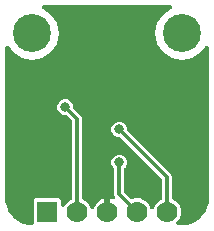
<source format=gbr>
G04 EAGLE Gerber RS-274X export*
G75*
%MOMM*%
%FSLAX34Y34*%
%LPD*%
%INBottom Copper*%
%IPPOS*%
%AMOC8*
5,1,8,0,0,1.08239X$1,22.5*%
G01*
%ADD10C,3.216000*%
%ADD11R,1.778000X1.778000*%
%ADD12C,1.778000*%
%ADD13C,0.800100*%
%ADD14C,0.304800*%

G36*
X152466Y2547D02*
X152466Y2547D01*
X152559Y2547D01*
X155818Y2803D01*
X155890Y2816D01*
X155963Y2820D01*
X156128Y2859D01*
X156214Y2875D01*
X156245Y2887D01*
X156286Y2897D01*
X162483Y4910D01*
X162623Y4972D01*
X162766Y5026D01*
X162813Y5055D01*
X162852Y5072D01*
X162922Y5121D01*
X163050Y5199D01*
X168322Y9029D01*
X168436Y9131D01*
X168555Y9227D01*
X168591Y9269D01*
X168622Y9297D01*
X168674Y9366D01*
X168771Y9478D01*
X172601Y14750D01*
X172678Y14882D01*
X172762Y15010D01*
X172783Y15061D01*
X172804Y15098D01*
X172832Y15179D01*
X172890Y15317D01*
X174903Y21514D01*
X174919Y21586D01*
X174944Y21655D01*
X174971Y21822D01*
X174989Y21907D01*
X174990Y21941D01*
X174997Y21982D01*
X175253Y25241D01*
X175252Y25307D01*
X175259Y25400D01*
X175259Y152610D01*
X175259Y152617D01*
X175259Y152624D01*
X175239Y152818D01*
X175219Y153011D01*
X175217Y153017D01*
X175217Y153024D01*
X175158Y153210D01*
X175101Y153396D01*
X175098Y153402D01*
X175096Y153408D01*
X175002Y153579D01*
X174909Y153750D01*
X174905Y153755D01*
X174902Y153761D01*
X174775Y153911D01*
X174652Y154059D01*
X174646Y154063D01*
X174642Y154068D01*
X174490Y154189D01*
X174338Y154311D01*
X174332Y154315D01*
X174327Y154319D01*
X174154Y154407D01*
X173981Y154497D01*
X173974Y154499D01*
X173968Y154502D01*
X173782Y154554D01*
X173594Y154608D01*
X173587Y154609D01*
X173581Y154611D01*
X173388Y154625D01*
X173192Y154641D01*
X173186Y154640D01*
X173179Y154641D01*
X172986Y154617D01*
X172793Y154594D01*
X172786Y154592D01*
X172780Y154591D01*
X172597Y154530D01*
X172410Y154470D01*
X172404Y154466D01*
X172398Y154464D01*
X172231Y154369D01*
X172059Y154272D01*
X172054Y154267D01*
X172048Y154264D01*
X171903Y154137D01*
X171755Y154008D01*
X171750Y154003D01*
X171745Y153999D01*
X171539Y153739D01*
X168424Y149076D01*
X161072Y144164D01*
X152400Y142439D01*
X143728Y144164D01*
X136376Y149076D01*
X131464Y156428D01*
X129739Y165100D01*
X131464Y173772D01*
X136376Y181124D01*
X142940Y185509D01*
X142945Y185513D01*
X142951Y185517D01*
X143099Y185641D01*
X143250Y185765D01*
X143255Y185770D01*
X143260Y185774D01*
X143381Y185925D01*
X143505Y186077D01*
X143508Y186083D01*
X143512Y186088D01*
X143601Y186259D01*
X143693Y186433D01*
X143695Y186440D01*
X143698Y186445D01*
X143751Y186631D01*
X143807Y186819D01*
X143807Y186826D01*
X143809Y186832D01*
X143825Y187026D01*
X143842Y187220D01*
X143841Y187227D01*
X143842Y187234D01*
X143819Y187427D01*
X143798Y187620D01*
X143796Y187627D01*
X143795Y187633D01*
X143734Y187820D01*
X143676Y188004D01*
X143672Y188010D01*
X143670Y188016D01*
X143573Y188188D01*
X143480Y188356D01*
X143476Y188361D01*
X143472Y188367D01*
X143344Y188515D01*
X143219Y188662D01*
X143213Y188666D01*
X143209Y188672D01*
X143056Y188790D01*
X142902Y188911D01*
X142896Y188914D01*
X142891Y188918D01*
X142717Y189005D01*
X142543Y189093D01*
X142537Y189095D01*
X142531Y189098D01*
X142341Y189149D01*
X142155Y189200D01*
X142148Y189200D01*
X142142Y189202D01*
X141811Y189229D01*
X35989Y189229D01*
X35982Y189229D01*
X35976Y189229D01*
X35780Y189208D01*
X35588Y189189D01*
X35582Y189187D01*
X35575Y189187D01*
X35389Y189128D01*
X35203Y189071D01*
X35197Y189068D01*
X35191Y189066D01*
X35020Y188972D01*
X34849Y188879D01*
X34844Y188875D01*
X34838Y188872D01*
X34687Y188744D01*
X34540Y188622D01*
X34536Y188617D01*
X34531Y188612D01*
X34408Y188458D01*
X34288Y188308D01*
X34285Y188302D01*
X34281Y188297D01*
X34192Y188123D01*
X34102Y187951D01*
X34100Y187944D01*
X34097Y187938D01*
X34045Y187752D01*
X33991Y187564D01*
X33990Y187557D01*
X33989Y187551D01*
X33974Y187357D01*
X33958Y187162D01*
X33959Y187156D01*
X33958Y187149D01*
X33982Y186956D01*
X34005Y186763D01*
X34007Y186756D01*
X34008Y186750D01*
X34069Y186567D01*
X34130Y186380D01*
X34133Y186374D01*
X34135Y186368D01*
X34231Y186201D01*
X34328Y186029D01*
X34332Y186024D01*
X34335Y186018D01*
X34463Y185873D01*
X34591Y185725D01*
X34596Y185720D01*
X34601Y185715D01*
X34860Y185509D01*
X41424Y181124D01*
X46336Y173772D01*
X48061Y165100D01*
X46336Y156428D01*
X41424Y149076D01*
X34072Y144164D01*
X25400Y142439D01*
X16728Y144164D01*
X9376Y149076D01*
X6261Y153739D01*
X6257Y153744D01*
X6253Y153750D01*
X6129Y153899D01*
X6005Y154050D01*
X6000Y154054D01*
X5996Y154059D01*
X5843Y154182D01*
X5693Y154304D01*
X5687Y154307D01*
X5682Y154311D01*
X5510Y154401D01*
X5337Y154492D01*
X5330Y154494D01*
X5325Y154497D01*
X5139Y154550D01*
X4951Y154606D01*
X4944Y154607D01*
X4938Y154608D01*
X4744Y154624D01*
X4550Y154641D01*
X4543Y154641D01*
X4536Y154641D01*
X4343Y154619D01*
X4150Y154597D01*
X4143Y154595D01*
X4137Y154594D01*
X3950Y154534D01*
X3766Y154475D01*
X3760Y154472D01*
X3754Y154469D01*
X3582Y154373D01*
X3414Y154279D01*
X3409Y154275D01*
X3403Y154272D01*
X3255Y154144D01*
X3108Y154018D01*
X3104Y154013D01*
X3098Y154008D01*
X2979Y153854D01*
X2859Y153702D01*
X2856Y153696D01*
X2852Y153690D01*
X2765Y153515D01*
X2677Y153342D01*
X2675Y153336D01*
X2672Y153330D01*
X2621Y153140D01*
X2570Y152954D01*
X2570Y152948D01*
X2568Y152941D01*
X2541Y152610D01*
X2541Y25400D01*
X2547Y25334D01*
X2547Y25241D01*
X2803Y21982D01*
X2816Y21910D01*
X2820Y21837D01*
X2859Y21672D01*
X2875Y21586D01*
X2887Y21555D01*
X2897Y21514D01*
X4910Y15317D01*
X4972Y15177D01*
X5026Y15034D01*
X5055Y14987D01*
X5072Y14948D01*
X5121Y14878D01*
X5199Y14750D01*
X9029Y9478D01*
X9131Y9364D01*
X9227Y9245D01*
X9268Y9210D01*
X9283Y9192D01*
X9285Y9191D01*
X9297Y9178D01*
X9366Y9126D01*
X9478Y9029D01*
X14750Y5199D01*
X14882Y5122D01*
X15010Y5038D01*
X15061Y5017D01*
X15098Y4996D01*
X15179Y4968D01*
X15317Y4910D01*
X21514Y2897D01*
X21586Y2881D01*
X21655Y2856D01*
X21822Y2829D01*
X21907Y2811D01*
X21941Y2810D01*
X21982Y2803D01*
X24479Y2607D01*
X24576Y2609D01*
X24674Y2601D01*
X24777Y2613D01*
X24881Y2615D01*
X24977Y2637D01*
X25073Y2648D01*
X25172Y2680D01*
X25274Y2703D01*
X25363Y2742D01*
X25456Y2773D01*
X25547Y2824D01*
X25642Y2866D01*
X25722Y2923D01*
X25807Y2971D01*
X25886Y3039D01*
X25971Y3099D01*
X26038Y3170D01*
X26112Y3234D01*
X26175Y3316D01*
X26247Y3392D01*
X26299Y3475D01*
X26358Y3552D01*
X26405Y3645D01*
X26460Y3734D01*
X26494Y3825D01*
X26538Y3912D01*
X26565Y4013D01*
X26601Y4111D01*
X26617Y4207D01*
X26642Y4301D01*
X26653Y4428D01*
X26665Y4508D01*
X26663Y4561D01*
X26669Y4632D01*
X26669Y23912D01*
X28158Y25401D01*
X48042Y25401D01*
X49531Y23912D01*
X49531Y20327D01*
X49531Y20322D01*
X49531Y20318D01*
X49551Y20120D01*
X49571Y19926D01*
X49572Y19922D01*
X49572Y19917D01*
X49631Y19729D01*
X49689Y19541D01*
X49691Y19537D01*
X49692Y19533D01*
X49786Y19361D01*
X49881Y19187D01*
X49883Y19184D01*
X49886Y19180D01*
X50013Y19028D01*
X50138Y18878D01*
X50142Y18875D01*
X50145Y18872D01*
X50300Y18748D01*
X50452Y18626D01*
X50456Y18624D01*
X50460Y18621D01*
X50637Y18530D01*
X50809Y18440D01*
X50814Y18439D01*
X50818Y18437D01*
X51010Y18383D01*
X51196Y18329D01*
X51201Y18328D01*
X51205Y18327D01*
X51401Y18312D01*
X51598Y18296D01*
X51602Y18296D01*
X51606Y18296D01*
X51801Y18320D01*
X51997Y18343D01*
X52002Y18344D01*
X52006Y18345D01*
X52192Y18406D01*
X52380Y18468D01*
X52384Y18470D01*
X52388Y18471D01*
X52557Y18568D01*
X52731Y18666D01*
X52734Y18669D01*
X52738Y18671D01*
X52887Y18800D01*
X53035Y18929D01*
X53038Y18932D01*
X53042Y18935D01*
X53163Y19093D01*
X53282Y19247D01*
X53284Y19251D01*
X53287Y19254D01*
X53439Y19550D01*
X53810Y20445D01*
X57025Y23660D01*
X58181Y24139D01*
X58201Y24150D01*
X58222Y24157D01*
X58378Y24245D01*
X58536Y24330D01*
X58553Y24344D01*
X58573Y24355D01*
X58709Y24472D01*
X58847Y24586D01*
X58861Y24603D01*
X58878Y24618D01*
X58987Y24759D01*
X59100Y24899D01*
X59111Y24918D01*
X59124Y24936D01*
X59204Y25097D01*
X59287Y25255D01*
X59294Y25277D01*
X59304Y25297D01*
X59350Y25470D01*
X59400Y25642D01*
X59402Y25664D01*
X59408Y25685D01*
X59435Y26016D01*
X59435Y90185D01*
X59433Y90212D01*
X59435Y90238D01*
X59413Y90412D01*
X59395Y90586D01*
X59388Y90611D01*
X59384Y90638D01*
X59329Y90803D01*
X59277Y90970D01*
X59264Y90994D01*
X59256Y91019D01*
X59169Y91171D01*
X59085Y91325D01*
X59068Y91345D01*
X59055Y91368D01*
X58840Y91621D01*
X54728Y95734D01*
X54707Y95751D01*
X54690Y95771D01*
X54552Y95878D01*
X54416Y95989D01*
X54393Y96001D01*
X54371Y96018D01*
X54215Y96096D01*
X54061Y96178D01*
X54035Y96185D01*
X54011Y96197D01*
X53842Y96243D01*
X53675Y96292D01*
X53648Y96295D01*
X53622Y96302D01*
X53291Y96329D01*
X52039Y96329D01*
X49635Y97325D01*
X47795Y99165D01*
X46799Y101569D01*
X46799Y104171D01*
X47795Y106575D01*
X49635Y108415D01*
X52039Y109411D01*
X54641Y109411D01*
X57045Y108415D01*
X58885Y106575D01*
X59881Y104171D01*
X59881Y102919D01*
X59884Y102892D01*
X59882Y102865D01*
X59904Y102691D01*
X59921Y102518D01*
X59929Y102492D01*
X59932Y102466D01*
X59988Y102300D01*
X60039Y102133D01*
X60052Y102109D01*
X60061Y102084D01*
X60148Y101932D01*
X60231Y101779D01*
X60248Y101759D01*
X60261Y101735D01*
X60476Y101482D01*
X66946Y95012D01*
X67565Y93519D01*
X67565Y26016D01*
X67567Y25994D01*
X67565Y25972D01*
X67587Y25794D01*
X67605Y25615D01*
X67611Y25594D01*
X67614Y25572D01*
X67670Y25402D01*
X67723Y25231D01*
X67733Y25211D01*
X67740Y25190D01*
X67829Y25034D01*
X67915Y24877D01*
X67929Y24859D01*
X67940Y24840D01*
X68057Y24705D01*
X68172Y24567D01*
X68190Y24553D01*
X68204Y24536D01*
X68346Y24427D01*
X68486Y24315D01*
X68506Y24305D01*
X68524Y24291D01*
X68819Y24139D01*
X69975Y23660D01*
X73191Y20445D01*
X74331Y17692D01*
X74373Y17614D01*
X74406Y17532D01*
X74467Y17437D01*
X74521Y17338D01*
X74577Y17269D01*
X74626Y17195D01*
X74705Y17114D01*
X74777Y17027D01*
X74846Y16971D01*
X74909Y16908D01*
X75002Y16845D01*
X75090Y16773D01*
X75168Y16732D01*
X75242Y16682D01*
X75347Y16639D01*
X75446Y16586D01*
X75532Y16561D01*
X75614Y16527D01*
X75724Y16505D01*
X75833Y16473D01*
X75921Y16466D01*
X76008Y16448D01*
X76121Y16448D01*
X76234Y16439D01*
X76322Y16449D01*
X76411Y16449D01*
X76522Y16471D01*
X76634Y16484D01*
X76718Y16511D01*
X76806Y16529D01*
X76910Y16572D01*
X77017Y16607D01*
X77095Y16650D01*
X77177Y16685D01*
X77270Y16748D01*
X77369Y16803D01*
X77436Y16861D01*
X77510Y16911D01*
X77589Y16992D01*
X77675Y17065D01*
X77729Y17135D01*
X77792Y17198D01*
X77853Y17293D01*
X77923Y17382D01*
X77963Y17462D01*
X78011Y17536D01*
X78066Y17666D01*
X78104Y17742D01*
X78116Y17786D01*
X78139Y17842D01*
X78307Y18358D01*
X79124Y19961D01*
X80181Y21417D01*
X81453Y22689D01*
X82909Y23746D01*
X84512Y24563D01*
X86223Y25119D01*
X86401Y25147D01*
X86401Y14438D01*
X86402Y14420D01*
X86401Y14403D01*
X86422Y14220D01*
X86441Y14038D01*
X86446Y14021D01*
X86448Y14003D01*
X86505Y13828D01*
X86559Y13653D01*
X86567Y13637D01*
X86573Y13620D01*
X86663Y13460D01*
X86750Y13299D01*
X86762Y13285D01*
X86771Y13269D01*
X86891Y13130D01*
X87008Y12989D01*
X87022Y12978D01*
X87034Y12965D01*
X87179Y12852D01*
X87322Y12737D01*
X87338Y12729D01*
X87352Y12718D01*
X87517Y12636D01*
X87679Y12552D01*
X87696Y12547D01*
X87712Y12539D01*
X87891Y12491D01*
X88066Y12440D01*
X88084Y12439D01*
X88101Y12434D01*
X88432Y12407D01*
X89368Y12407D01*
X89386Y12409D01*
X89404Y12407D01*
X89586Y12429D01*
X89769Y12447D01*
X89786Y12452D01*
X89803Y12454D01*
X89978Y12511D01*
X90154Y12565D01*
X90169Y12573D01*
X90186Y12579D01*
X90346Y12669D01*
X90508Y12757D01*
X90521Y12768D01*
X90537Y12777D01*
X90676Y12897D01*
X90817Y13015D01*
X90828Y13028D01*
X90842Y13040D01*
X90954Y13185D01*
X91069Y13328D01*
X91077Y13344D01*
X91088Y13358D01*
X91170Y13523D01*
X91255Y13686D01*
X91260Y13703D01*
X91268Y13719D01*
X91315Y13897D01*
X91366Y14072D01*
X91368Y14090D01*
X91372Y14107D01*
X91399Y14438D01*
X91399Y25147D01*
X91577Y25119D01*
X92907Y24687D01*
X93035Y24659D01*
X93161Y24622D01*
X93231Y24616D01*
X93301Y24601D01*
X93432Y24599D01*
X93562Y24588D01*
X93632Y24596D01*
X93703Y24594D01*
X93832Y24618D01*
X93962Y24633D01*
X94029Y24654D01*
X94099Y24667D01*
X94221Y24716D01*
X94345Y24756D01*
X94407Y24791D01*
X94473Y24817D01*
X94583Y24889D01*
X94697Y24952D01*
X94751Y24998D01*
X94810Y25037D01*
X94903Y25129D01*
X95003Y25214D01*
X95046Y25270D01*
X95097Y25320D01*
X95170Y25428D01*
X95251Y25531D01*
X95283Y25595D01*
X95322Y25653D01*
X95373Y25774D01*
X95432Y25891D01*
X95450Y25959D01*
X95478Y26025D01*
X95503Y26153D01*
X95538Y26279D01*
X95543Y26350D01*
X95557Y26420D01*
X95556Y26550D01*
X95565Y26681D01*
X95556Y26751D01*
X95556Y26822D01*
X95530Y26950D01*
X95513Y27080D01*
X95488Y27158D01*
X95476Y27217D01*
X95447Y27287D01*
X95412Y27396D01*
X94995Y28401D01*
X94995Y49853D01*
X94993Y49879D01*
X94995Y49906D01*
X94973Y50080D01*
X94955Y50253D01*
X94948Y50279D01*
X94944Y50305D01*
X94889Y50471D01*
X94837Y50638D01*
X94824Y50662D01*
X94816Y50687D01*
X94729Y50839D01*
X94645Y50992D01*
X94628Y51013D01*
X94615Y51036D01*
X94400Y51289D01*
X93515Y52175D01*
X92519Y54579D01*
X92519Y57181D01*
X93515Y59585D01*
X95355Y61425D01*
X97759Y62421D01*
X100361Y62421D01*
X102765Y61425D01*
X104605Y59585D01*
X105601Y57181D01*
X105601Y54579D01*
X104605Y52175D01*
X103720Y51289D01*
X103703Y51268D01*
X103682Y51251D01*
X103575Y51113D01*
X103465Y50977D01*
X103452Y50954D01*
X103436Y50933D01*
X103358Y50776D01*
X103276Y50622D01*
X103268Y50596D01*
X103256Y50572D01*
X103211Y50403D01*
X103161Y50236D01*
X103159Y50209D01*
X103152Y50183D01*
X103125Y49853D01*
X103125Y31735D01*
X103127Y31708D01*
X103125Y31682D01*
X103147Y31508D01*
X103165Y31334D01*
X103172Y31309D01*
X103176Y31282D01*
X103231Y31117D01*
X103283Y30950D01*
X103296Y30926D01*
X103304Y30901D01*
X103391Y30749D01*
X103475Y30595D01*
X103492Y30575D01*
X103505Y30552D01*
X103720Y30299D01*
X108656Y25362D01*
X108674Y25348D01*
X108688Y25331D01*
X108829Y25220D01*
X108968Y25107D01*
X108987Y25097D01*
X109005Y25083D01*
X109166Y25002D01*
X109324Y24918D01*
X109345Y24912D01*
X109365Y24902D01*
X109538Y24855D01*
X109709Y24804D01*
X109732Y24802D01*
X109753Y24796D01*
X109932Y24783D01*
X110110Y24767D01*
X110133Y24770D01*
X110155Y24768D01*
X110333Y24791D01*
X110511Y24811D01*
X110532Y24817D01*
X110554Y24820D01*
X110870Y24922D01*
X112026Y25401D01*
X116574Y25401D01*
X120775Y23661D01*
X123991Y20445D01*
X125123Y17710D01*
X125128Y17702D01*
X125130Y17694D01*
X125222Y17526D01*
X125314Y17355D01*
X125319Y17348D01*
X125324Y17340D01*
X125447Y17194D01*
X125570Y17045D01*
X125577Y17039D01*
X125583Y17032D01*
X125733Y16912D01*
X125883Y16791D01*
X125891Y16787D01*
X125897Y16781D01*
X126068Y16694D01*
X126239Y16604D01*
X126248Y16601D01*
X126256Y16597D01*
X126440Y16545D01*
X126626Y16491D01*
X126634Y16490D01*
X126643Y16488D01*
X126834Y16473D01*
X127027Y16456D01*
X127036Y16457D01*
X127044Y16457D01*
X127234Y16480D01*
X127427Y16501D01*
X127435Y16504D01*
X127444Y16505D01*
X127626Y16565D01*
X127810Y16625D01*
X127818Y16629D01*
X127826Y16632D01*
X127994Y16727D01*
X128162Y16821D01*
X128168Y16827D01*
X128176Y16831D01*
X128321Y16958D01*
X128467Y17083D01*
X128473Y17090D01*
X128480Y17096D01*
X128597Y17248D01*
X128716Y17400D01*
X128720Y17408D01*
X128725Y17415D01*
X128877Y17710D01*
X130009Y20445D01*
X133225Y23661D01*
X134381Y24139D01*
X134401Y24150D01*
X134422Y24157D01*
X134579Y24245D01*
X134736Y24330D01*
X134753Y24344D01*
X134773Y24355D01*
X134909Y24472D01*
X135047Y24586D01*
X135061Y24603D01*
X135078Y24618D01*
X135187Y24759D01*
X135300Y24899D01*
X135311Y24918D01*
X135324Y24936D01*
X135404Y25096D01*
X135487Y25255D01*
X135494Y25277D01*
X135504Y25297D01*
X135550Y25470D01*
X135600Y25642D01*
X135602Y25664D01*
X135608Y25685D01*
X135635Y26016D01*
X135635Y40655D01*
X135633Y40682D01*
X135635Y40708D01*
X135613Y40882D01*
X135595Y41056D01*
X135588Y41081D01*
X135584Y41108D01*
X135529Y41273D01*
X135477Y41440D01*
X135464Y41464D01*
X135456Y41489D01*
X135369Y41641D01*
X135285Y41795D01*
X135268Y41815D01*
X135255Y41838D01*
X135040Y42091D01*
X100448Y76684D01*
X100427Y76701D01*
X100410Y76721D01*
X100272Y76828D01*
X100136Y76939D01*
X100113Y76951D01*
X100091Y76968D01*
X99935Y77046D01*
X99781Y77128D01*
X99755Y77135D01*
X99731Y77147D01*
X99562Y77193D01*
X99395Y77242D01*
X99368Y77245D01*
X99342Y77252D01*
X99011Y77279D01*
X97759Y77279D01*
X95355Y78275D01*
X93515Y80115D01*
X92519Y82519D01*
X92519Y85121D01*
X93515Y87525D01*
X95355Y89365D01*
X97759Y90361D01*
X100361Y90361D01*
X102765Y89365D01*
X104605Y87525D01*
X105601Y85121D01*
X105601Y83869D01*
X105604Y83842D01*
X105602Y83815D01*
X105624Y83641D01*
X105641Y83468D01*
X105649Y83442D01*
X105652Y83416D01*
X105708Y83250D01*
X105759Y83083D01*
X105772Y83059D01*
X105781Y83034D01*
X105868Y82882D01*
X105951Y82729D01*
X105968Y82709D01*
X105981Y82685D01*
X106196Y82432D01*
X143146Y45482D01*
X143765Y43989D01*
X143765Y26016D01*
X143767Y25994D01*
X143765Y25972D01*
X143787Y25794D01*
X143805Y25615D01*
X143811Y25594D01*
X143814Y25572D01*
X143870Y25402D01*
X143923Y25231D01*
X143933Y25211D01*
X143940Y25190D01*
X144029Y25034D01*
X144115Y24877D01*
X144129Y24859D01*
X144140Y24840D01*
X144258Y24705D01*
X144372Y24567D01*
X144390Y24553D01*
X144404Y24536D01*
X144547Y24427D01*
X144686Y24315D01*
X144706Y24305D01*
X144723Y24291D01*
X145019Y24139D01*
X146175Y23661D01*
X149391Y20445D01*
X151131Y16244D01*
X151131Y11696D01*
X149391Y7495D01*
X147904Y6008D01*
X147898Y6001D01*
X147891Y5996D01*
X147771Y5846D01*
X147649Y5697D01*
X147645Y5689D01*
X147639Y5682D01*
X147550Y5512D01*
X147460Y5341D01*
X147458Y5332D01*
X147453Y5325D01*
X147400Y5140D01*
X147345Y4955D01*
X147344Y4946D01*
X147342Y4938D01*
X147326Y4747D01*
X147309Y4554D01*
X147310Y4545D01*
X147309Y4536D01*
X147331Y4347D01*
X147352Y4154D01*
X147355Y4145D01*
X147356Y4137D01*
X147415Y3955D01*
X147474Y3770D01*
X147478Y3762D01*
X147481Y3754D01*
X147575Y3587D01*
X147669Y3418D01*
X147674Y3411D01*
X147679Y3403D01*
X147804Y3258D01*
X147929Y3111D01*
X147936Y3105D01*
X147942Y3098D01*
X148092Y2982D01*
X148245Y2861D01*
X148253Y2857D01*
X148260Y2852D01*
X148431Y2766D01*
X148604Y2679D01*
X148613Y2676D01*
X148621Y2672D01*
X148807Y2622D01*
X148992Y2571D01*
X149001Y2570D01*
X149009Y2568D01*
X149340Y2541D01*
X152400Y2541D01*
X152466Y2547D01*
G37*
D10*
X25400Y165100D03*
X152400Y165100D03*
D11*
X38100Y13970D03*
D12*
X63500Y13970D03*
X88900Y13970D03*
X114300Y13970D03*
X139700Y13970D03*
D13*
X50800Y139700D03*
D14*
X58420Y138430D02*
X58420Y135890D01*
D13*
X17780Y48260D03*
D14*
X17780Y45720D01*
D13*
X99060Y83820D03*
D14*
X139700Y43180D01*
X139700Y13970D01*
X114300Y13970D02*
X99060Y29210D01*
X99060Y55880D01*
D13*
X99060Y55880D03*
X53340Y102870D03*
D14*
X63500Y92710D01*
X63500Y13970D01*
M02*

</source>
